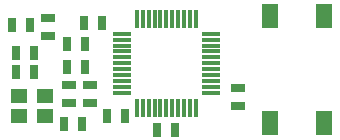
<source format=gtp>
%FSLAX34Y34*%
G04 Gerber Fmt 3.4, Leading zero omitted, Abs format*
G04 (created by PCBNEW (2013-11-28 BZR 4510)-product) date Thu 23 Jan 2014 12:04:42 PM EST*
%MOIN*%
G01*
G70*
G90*
G04 APERTURE LIST*
%ADD10C,0.005906*%
%ADD11R,0.011811X0.060000*%
%ADD12R,0.060000X0.011811*%
%ADD13R,0.055118X0.047244*%
%ADD14R,0.055118X0.082677*%
%ADD15R,0.025000X0.045000*%
%ADD16R,0.045000X0.025000*%
G04 APERTURE END LIST*
G54D10*
G54D11*
X70825Y-54423D03*
X70628Y-54423D03*
X70431Y-54423D03*
X70234Y-54423D03*
X70037Y-54423D03*
X69840Y-54423D03*
X71021Y-54423D03*
X71218Y-54423D03*
X71415Y-54423D03*
X71612Y-54423D03*
X71809Y-54423D03*
X70825Y-57376D03*
X70628Y-57376D03*
X70431Y-57376D03*
X70234Y-57376D03*
X70037Y-57376D03*
X69840Y-57376D03*
X71021Y-57376D03*
X71218Y-57376D03*
X71415Y-57376D03*
X71612Y-57376D03*
X71809Y-57376D03*
G54D12*
X69348Y-55900D03*
X72301Y-55900D03*
X69348Y-56096D03*
X72301Y-56096D03*
X72301Y-56293D03*
X69348Y-56293D03*
X69348Y-56490D03*
X72301Y-56490D03*
X72301Y-56687D03*
X69348Y-56687D03*
X69348Y-56884D03*
X72301Y-56884D03*
X72301Y-55703D03*
X69348Y-55703D03*
X69348Y-55506D03*
X72301Y-55506D03*
X72301Y-55309D03*
X69348Y-55309D03*
X69348Y-55112D03*
X72301Y-55112D03*
X72301Y-54915D03*
X69348Y-54915D03*
G54D13*
X66783Y-56990D03*
X65916Y-56990D03*
X65916Y-57659D03*
X66783Y-57659D03*
G54D14*
X74294Y-57891D03*
X74294Y-54308D03*
X76065Y-57891D03*
X76065Y-54308D03*
G54D15*
X65825Y-56175D03*
X66425Y-56175D03*
X67520Y-56020D03*
X68120Y-56020D03*
X67520Y-55240D03*
X68120Y-55240D03*
X65825Y-55550D03*
X66425Y-55550D03*
X70520Y-58120D03*
X71120Y-58120D03*
X68675Y-54550D03*
X68075Y-54550D03*
G54D16*
X67575Y-56625D03*
X67575Y-57225D03*
G54D15*
X68850Y-57650D03*
X69450Y-57650D03*
X67400Y-57925D03*
X68000Y-57925D03*
G54D16*
X68275Y-56625D03*
X68275Y-57225D03*
X66875Y-54375D03*
X66875Y-54975D03*
X73210Y-57315D03*
X73210Y-56715D03*
G54D15*
X66275Y-54625D03*
X65675Y-54625D03*
M02*

</source>
